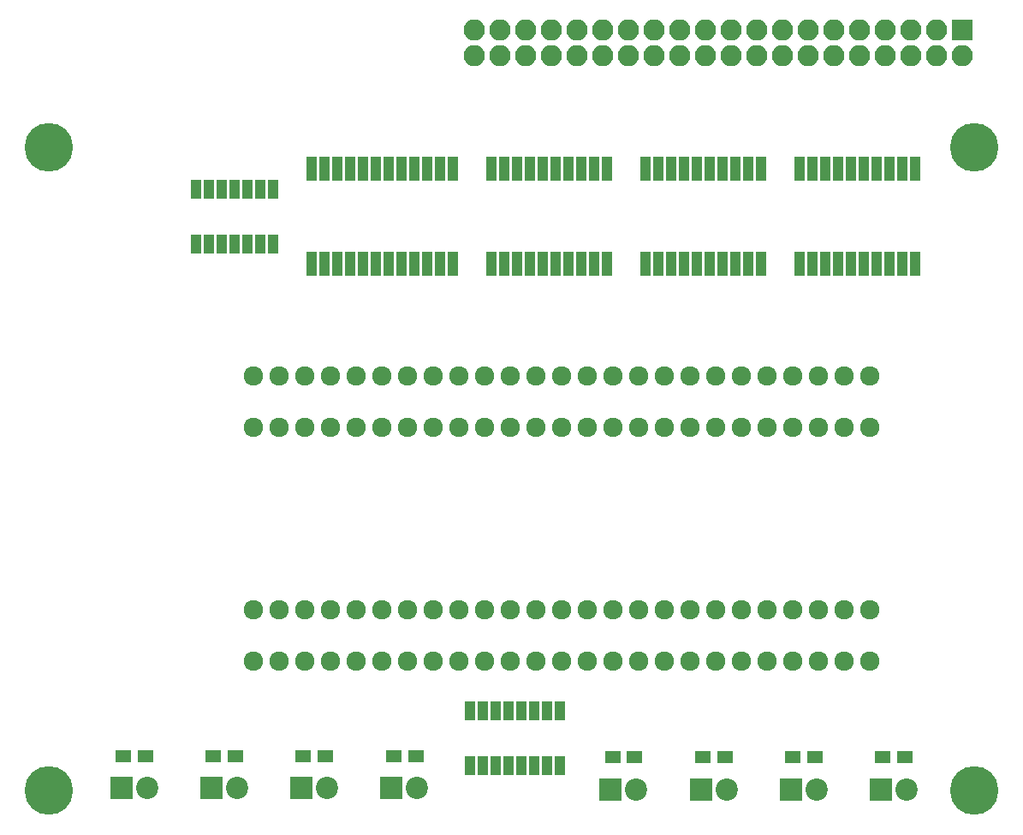
<source format=gbr>
G04 #@! TF.FileFunction,Soldermask,Bot*
%FSLAX46Y46*%
G04 Gerber Fmt 4.6, Leading zero omitted, Abs format (unit mm)*
G04 Created by KiCad (PCBNEW 4.0.7) date 01/02/19 02:11:49*
%MOMM*%
%LPD*%
G01*
G04 APERTURE LIST*
%ADD10C,0.100000*%
%ADD11C,4.800000*%
%ADD12R,2.100000X2.100000*%
%ADD13O,2.100000X2.100000*%
%ADD14R,2.200000X2.200000*%
%ADD15C,2.200000*%
%ADD16R,1.600000X1.300000*%
%ADD17R,1.000000X2.350000*%
%ADD18R,1.000000X2.400000*%
%ADD19R,1.000000X1.900000*%
%ADD20C,1.924000*%
G04 APERTURE END LIST*
D10*
D11*
X206756000Y-130937000D03*
X206756000Y-67310000D03*
X115180000Y-67310000D03*
X115189000Y-130937000D03*
D12*
X205572000Y-55727600D03*
D13*
X205572000Y-58267600D03*
X203032000Y-55727600D03*
X203032000Y-58267600D03*
X200492000Y-55727600D03*
X200492000Y-58267600D03*
X197952000Y-55727600D03*
X197952000Y-58267600D03*
X195412000Y-55727600D03*
X195412000Y-58267600D03*
X192872000Y-55727600D03*
X192872000Y-58267600D03*
X190332000Y-55727600D03*
X190332000Y-58267600D03*
X187792000Y-55727600D03*
X187792000Y-58267600D03*
X185252000Y-55727600D03*
X185252000Y-58267600D03*
X182712000Y-55727600D03*
X182712000Y-58267600D03*
X180172000Y-55727600D03*
X180172000Y-58267600D03*
X177632000Y-55727600D03*
X177632000Y-58267600D03*
X175092000Y-55727600D03*
X175092000Y-58267600D03*
X172552000Y-55727600D03*
X172552000Y-58267600D03*
X170012000Y-55727600D03*
X170012000Y-58267600D03*
X167472000Y-55727600D03*
X167472000Y-58267600D03*
X164932000Y-55727600D03*
X164932000Y-58267600D03*
X162392000Y-55727600D03*
X162392000Y-58267600D03*
X159852000Y-55727600D03*
X159852000Y-58267600D03*
X157312000Y-55727600D03*
X157312000Y-58267600D03*
D14*
X131318000Y-130683000D03*
D15*
X133858000Y-130683000D03*
D14*
X140208000Y-130683000D03*
D15*
X142748000Y-130683000D03*
D14*
X122428000Y-130683000D03*
D15*
X124968000Y-130683000D03*
D16*
X197655000Y-127635000D03*
X199855000Y-127635000D03*
X188765000Y-127635000D03*
X190965000Y-127635000D03*
X131488000Y-127508000D03*
X133688000Y-127508000D03*
X140378000Y-127508000D03*
X142578000Y-127508000D03*
X179866000Y-127630000D03*
X182066000Y-127630000D03*
X122598000Y-127508000D03*
X124798000Y-127508000D03*
D17*
X185674000Y-78868000D03*
X184404000Y-78868000D03*
X183134000Y-78868000D03*
X181864000Y-78868000D03*
X180594000Y-78868000D03*
X179324000Y-78868000D03*
X178054000Y-78868000D03*
X176784000Y-78868000D03*
X175514000Y-78868000D03*
X174244000Y-78868000D03*
X174244000Y-69468000D03*
X175514000Y-69468000D03*
X176784000Y-69468000D03*
X178054000Y-69468000D03*
X179324000Y-69468000D03*
X180594000Y-69468000D03*
X181864000Y-69468000D03*
X183134000Y-69468000D03*
X184404000Y-69468000D03*
X185674000Y-69468000D03*
X170434000Y-78868000D03*
X169164000Y-78868000D03*
X167894000Y-78868000D03*
X166624000Y-78868000D03*
X165354000Y-78868000D03*
X164084000Y-78868000D03*
X162814000Y-78868000D03*
X161544000Y-78868000D03*
X160274000Y-78868000D03*
X159004000Y-78868000D03*
X159004000Y-69468000D03*
X160274000Y-69468000D03*
X161544000Y-69468000D03*
X162814000Y-69468000D03*
X164084000Y-69468000D03*
X165354000Y-69468000D03*
X166624000Y-69468000D03*
X167894000Y-69468000D03*
X169164000Y-69468000D03*
X170434000Y-69468000D03*
X200914000Y-78868000D03*
X199644000Y-78868000D03*
X198374000Y-78868000D03*
X197104000Y-78868000D03*
X195834000Y-78868000D03*
X194564000Y-78868000D03*
X193294000Y-78868000D03*
X192024000Y-78868000D03*
X190754000Y-78868000D03*
X189484000Y-78868000D03*
X189484000Y-69468000D03*
X190754000Y-69468000D03*
X192024000Y-69468000D03*
X193294000Y-69468000D03*
X194564000Y-69468000D03*
X195834000Y-69468000D03*
X197104000Y-69468000D03*
X198374000Y-69468000D03*
X199644000Y-69468000D03*
X200914000Y-69468000D03*
D18*
X155194000Y-78868000D03*
X153924000Y-78868000D03*
X152654000Y-78868000D03*
X151384000Y-78868000D03*
X150114000Y-78868000D03*
X148844000Y-78868000D03*
X147574000Y-78868000D03*
X146304000Y-78868000D03*
X145034000Y-78868000D03*
X143764000Y-78868000D03*
X142494000Y-78868000D03*
X141224000Y-78868000D03*
X141224000Y-69468000D03*
X142494000Y-69468000D03*
X143764000Y-69468000D03*
X145034000Y-69468000D03*
X146304000Y-69468000D03*
X147574000Y-69468000D03*
X148844000Y-69468000D03*
X150114000Y-69468000D03*
X151384000Y-69468000D03*
X152654000Y-69468000D03*
X153924000Y-69468000D03*
X155194000Y-69468000D03*
D19*
X137414000Y-76868000D03*
X136144000Y-76868000D03*
X134874000Y-76868000D03*
X133604000Y-76868000D03*
X132334000Y-76868000D03*
X131064000Y-76868000D03*
X129794000Y-76868000D03*
X129794000Y-71468000D03*
X131064000Y-71468000D03*
X132334000Y-71468000D03*
X133604000Y-71468000D03*
X134874000Y-71468000D03*
X136144000Y-71468000D03*
X137414000Y-71468000D03*
X165735000Y-128430000D03*
X164465000Y-128430000D03*
X163195000Y-128430000D03*
X161925000Y-128430000D03*
X160655000Y-128430000D03*
X159385000Y-128430000D03*
X158115000Y-128430000D03*
X156845000Y-128430000D03*
X156845000Y-123030000D03*
X158115000Y-123030000D03*
X159385000Y-123030000D03*
X160655000Y-123030000D03*
X161925000Y-123030000D03*
X163195000Y-123030000D03*
X164465000Y-123030000D03*
X165735000Y-123030000D03*
D14*
X149098000Y-130683000D03*
D15*
X151638000Y-130683000D03*
D14*
X170779000Y-130776000D03*
D15*
X173319000Y-130776000D03*
D16*
X149311000Y-127508000D03*
X151511000Y-127508000D03*
X170949000Y-127601000D03*
X173149000Y-127601000D03*
D20*
X196433000Y-89916000D03*
X196433000Y-94996000D03*
X193893000Y-89916000D03*
X193893000Y-94996000D03*
X191353000Y-89916000D03*
X191353000Y-94996000D03*
X188813000Y-89916000D03*
X188813000Y-94996000D03*
X186273000Y-89916000D03*
X186273000Y-94996000D03*
X183733000Y-89916000D03*
X183733000Y-94996000D03*
X181193000Y-89916000D03*
X181193000Y-94996000D03*
X178653000Y-89916000D03*
X178653000Y-94996000D03*
X176113000Y-89916000D03*
X176113000Y-94996000D03*
X173573000Y-89916000D03*
X173573000Y-94996000D03*
X171033000Y-89916000D03*
X171033000Y-94996000D03*
X168493000Y-89916000D03*
X168493000Y-94996000D03*
X165953000Y-89916000D03*
X165953000Y-94996000D03*
X163413000Y-89916000D03*
X163413000Y-94996000D03*
X160873000Y-89916000D03*
X160873000Y-94996000D03*
X158333000Y-89916000D03*
X158333000Y-94996000D03*
X155793000Y-89916000D03*
X155793000Y-94996000D03*
X153253000Y-89916000D03*
X153253000Y-94996000D03*
X150713000Y-89916000D03*
X150713000Y-94996000D03*
X148173000Y-89916000D03*
X148173000Y-94996000D03*
X145633000Y-89916000D03*
X145633000Y-94996000D03*
X143093000Y-89916000D03*
X143093000Y-94996000D03*
X140553000Y-89916000D03*
X140553000Y-94996000D03*
X138013000Y-89916000D03*
X138013000Y-94996000D03*
X135473000Y-89916000D03*
X135473000Y-94996000D03*
X196433000Y-113030000D03*
X196433000Y-118110000D03*
X193893000Y-113030000D03*
X193893000Y-118110000D03*
X191353000Y-113030000D03*
X191353000Y-118110000D03*
X188813000Y-113030000D03*
X188813000Y-118110000D03*
X186273000Y-113030000D03*
X186273000Y-118110000D03*
X183733000Y-113030000D03*
X183733000Y-118110000D03*
X181193000Y-113030000D03*
X181193000Y-118110000D03*
X178653000Y-113030000D03*
X178653000Y-118110000D03*
X176113000Y-113030000D03*
X176113000Y-118110000D03*
X173573000Y-113030000D03*
X173573000Y-118110000D03*
X171033000Y-113030000D03*
X171033000Y-118110000D03*
X168493000Y-113030000D03*
X168493000Y-118110000D03*
X165953000Y-113030000D03*
X165953000Y-118110000D03*
X163413000Y-113030000D03*
X163413000Y-118110000D03*
X160873000Y-113030000D03*
X160873000Y-118110000D03*
X158333000Y-113030000D03*
X158333000Y-118110000D03*
X155793000Y-113030000D03*
X155793000Y-118110000D03*
X153253000Y-113030000D03*
X153253000Y-118110000D03*
X150713000Y-113030000D03*
X150713000Y-118110000D03*
X148173000Y-113030000D03*
X148173000Y-118110000D03*
X145633000Y-113030000D03*
X145633000Y-118110000D03*
X143093000Y-113030000D03*
X143093000Y-118110000D03*
X140553000Y-113030000D03*
X140553000Y-118110000D03*
X138013000Y-113030000D03*
X138013000Y-118110000D03*
X135473000Y-113030000D03*
X135473000Y-118110000D03*
D14*
X179696000Y-130806000D03*
D15*
X182236000Y-130806000D03*
D14*
X188595000Y-130810000D03*
D15*
X191135000Y-130810000D03*
D14*
X197485000Y-130810000D03*
D15*
X200025000Y-130810000D03*
M02*

</source>
